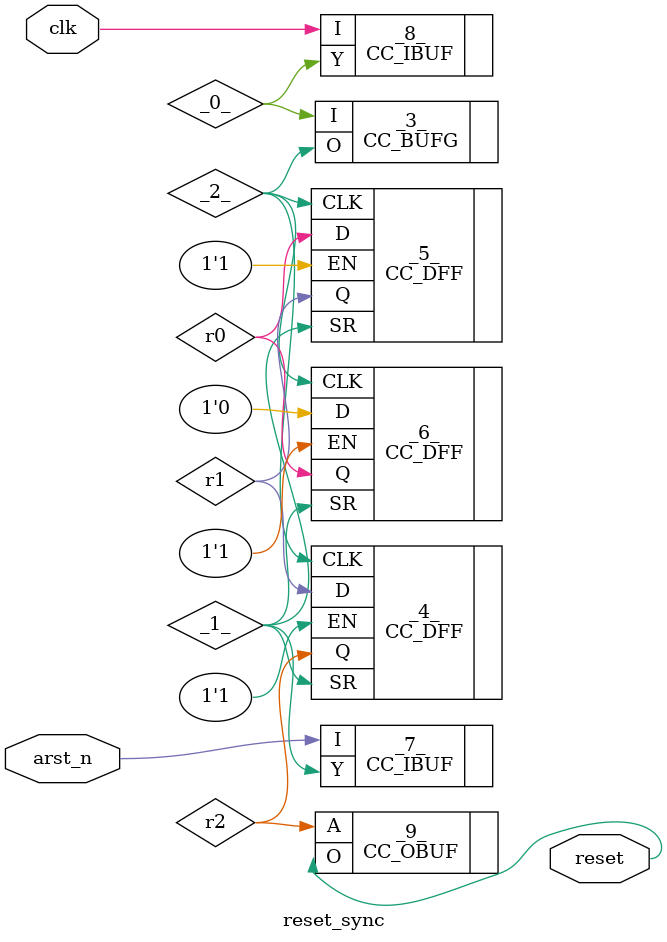
<source format=v>
/* Generated by Yosys 0.36+58 (git sha1 ea7818d31, c++ 11.4.0-1ubuntu1~22.04 -fPIC -Os) */

module reset_sync(clk, arst_n, reset);
  wire _0_;
  wire _1_;
  wire _2_;
  input arst_n;
  wire arst_n;
  input clk;
  wire clk;
  wire r0;
  wire r1;
  wire r2;
  output reset;
  wire reset;
  CC_BUFG _3_ (
    .I(_0_),
    .O(_2_)
  );
  CC_DFF #(
    .CLK_INV(1'h0),
    .EN_INV(1'h0),
    .INIT(1'h1),
    .SR_INV(1'h1),
    .SR_VAL(1'h1)
  ) _4_ (
    .CLK(_2_),
    .D(r1),
    .EN(1'h1),
    .Q(r2),
    .SR(_1_)
  );
  CC_DFF #(
    .CLK_INV(1'h0),
    .EN_INV(1'h0),
    .INIT(1'h1),
    .SR_INV(1'h1),
    .SR_VAL(1'h1)
  ) _5_ (
    .CLK(_2_),
    .D(r0),
    .EN(1'h1),
    .Q(r1),
    .SR(_1_)
  );
  CC_DFF #(
    .CLK_INV(1'h0),
    .EN_INV(1'h0),
    .INIT(1'h1),
    .SR_INV(1'h1),
    .SR_VAL(1'h1)
  ) _6_ (
    .CLK(_2_),
    .D(1'h0),
    .EN(1'h1),
    .Q(r0),
    .SR(_1_)
  );
  CC_IBUF _7_ (
    .I(arst_n),
    .Y(_1_)
  );
  CC_IBUF _8_ (
    .I(clk),
    .Y(_0_)
  );
  CC_OBUF _9_ (
    .A(r2),
    .O(reset)
  );
endmodule

</source>
